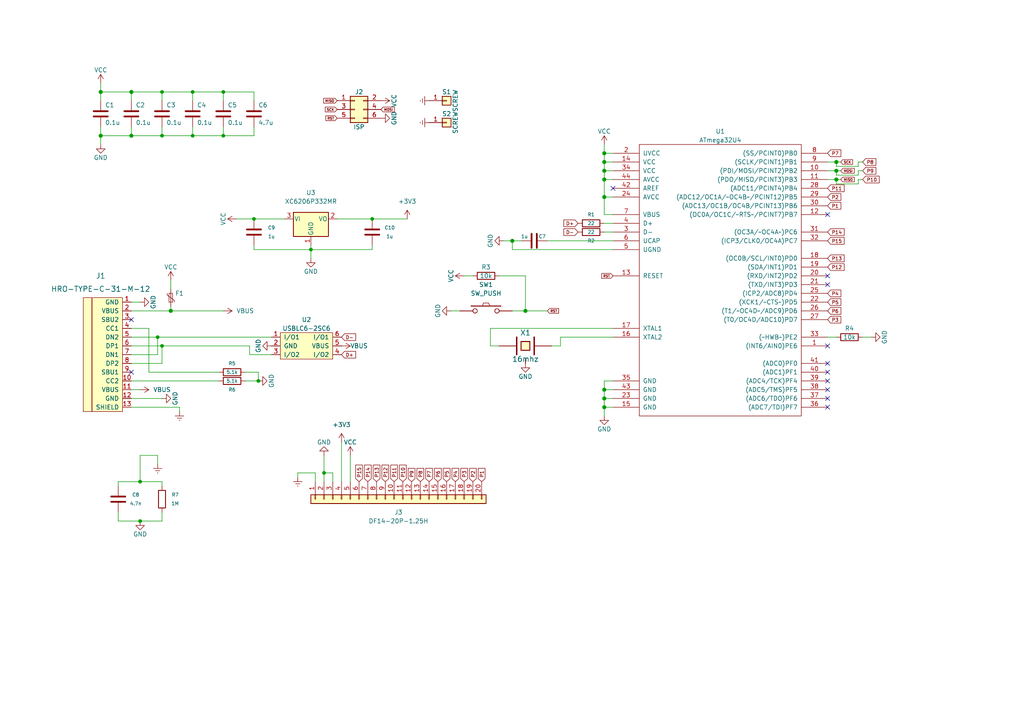
<source format=kicad_sch>
(kicad_sch (version 20210621) (generator eeschema)
  (paper "A4")
  (lib_symbols
    (symbol "Connector_Generic:Conn_01x01" (pin_names (offset 1.016) hide)
      (property "Reference" "J" (at 0 2.54 0))
      (property "Value" "Conn_01x01" (at 0 -2.54 0))
      (symbol "Conn_01x01_1_1"
        (rectangle (start -1.27 0.127) (end 0 -0.127) (stroke (width 0.1524)))
        (rectangle (start -1.27 1.27) (end 1.27 -1.27) (stroke (width 0.254)) (fill (type background)))
        (pin passive line (at -5.08 0 0) (length 3.81) (name "Pin_1") (number "1"))
      )
    )
    (symbol "Connector_Generic:Conn_01x20" (pin_names (offset 1.016) hide)
      (property "Reference" "J" (at 0 25.4 0))
      (property "Value" "Conn_01x20" (at 0 -27.94 0))
      (symbol "Conn_01x20_1_1"
        (rectangle (start -1.27 -25.273) (end 0 -25.527) (stroke (width 0.1524)))
        (rectangle (start -1.27 -22.733) (end 0 -22.987) (stroke (width 0.1524)))
        (rectangle (start -1.27 -20.193) (end 0 -20.447) (stroke (width 0.1524)))
        (rectangle (start -1.27 -17.653) (end 0 -17.907) (stroke (width 0.1524)))
        (rectangle (start -1.27 -15.113) (end 0 -15.367) (stroke (width 0.1524)))
        (rectangle (start -1.27 -12.573) (end 0 -12.827) (stroke (width 0.1524)))
        (rectangle (start -1.27 -10.033) (end 0 -10.287) (stroke (width 0.1524)))
        (rectangle (start -1.27 -7.493) (end 0 -7.747) (stroke (width 0.1524)))
        (rectangle (start -1.27 -4.953) (end 0 -5.207) (stroke (width 0.1524)))
        (rectangle (start -1.27 -2.413) (end 0 -2.667) (stroke (width 0.1524)))
        (rectangle (start -1.27 0.127) (end 0 -0.127) (stroke (width 0.1524)))
        (rectangle (start -1.27 2.667) (end 0 2.413) (stroke (width 0.1524)))
        (rectangle (start -1.27 5.207) (end 0 4.953) (stroke (width 0.1524)))
        (rectangle (start -1.27 7.747) (end 0 7.493) (stroke (width 0.1524)))
        (rectangle (start -1.27 10.287) (end 0 10.033) (stroke (width 0.1524)))
        (rectangle (start -1.27 12.827) (end 0 12.573) (stroke (width 0.1524)))
        (rectangle (start -1.27 15.367) (end 0 15.113) (stroke (width 0.1524)))
        (rectangle (start -1.27 17.907) (end 0 17.653) (stroke (width 0.1524)))
        (rectangle (start -1.27 20.447) (end 0 20.193) (stroke (width 0.1524)))
        (rectangle (start -1.27 22.987) (end 0 22.733) (stroke (width 0.1524)))
        (rectangle (start -1.27 24.13) (end 1.27 -26.67) (stroke (width 0.254)) (fill (type background)))
        (pin passive line (at -5.08 22.86 0) (length 3.81) (name "Pin_1") (number "1"))
        (pin passive line (at -5.08 0 0) (length 3.81) (name "Pin_10") (number "10"))
        (pin passive line (at -5.08 -2.54 0) (length 3.81) (name "Pin_11") (number "11"))
        (pin passive line (at -5.08 -5.08 0) (length 3.81) (name "Pin_12") (number "12"))
        (pin passive line (at -5.08 -7.62 0) (length 3.81) (name "Pin_13") (number "13"))
        (pin passive line (at -5.08 -10.16 0) (length 3.81) (name "Pin_14") (number "14"))
        (pin passive line (at -5.08 -12.7 0) (length 3.81) (name "Pin_15") (number "15"))
        (pin passive line (at -5.08 -15.24 0) (length 3.81) (name "Pin_16") (number "16"))
        (pin passive line (at -5.08 -17.78 0) (length 3.81) (name "Pin_17") (number "17"))
        (pin passive line (at -5.08 -20.32 0) (length 3.81) (name "Pin_18") (number "18"))
        (pin passive line (at -5.08 -22.86 0) (length 3.81) (name "Pin_19") (number "19"))
        (pin passive line (at -5.08 20.32 0) (length 3.81) (name "Pin_2") (number "2"))
        (pin passive line (at -5.08 -25.4 0) (length 3.81) (name "Pin_20") (number "20"))
        (pin passive line (at -5.08 17.78 0) (length 3.81) (name "Pin_3") (number "3"))
        (pin passive line (at -5.08 15.24 0) (length 3.81) (name "Pin_4") (number "4"))
        (pin passive line (at -5.08 12.7 0) (length 3.81) (name "Pin_5") (number "5"))
        (pin passive line (at -5.08 10.16 0) (length 3.81) (name "Pin_6") (number "6"))
        (pin passive line (at -5.08 7.62 0) (length 3.81) (name "Pin_7") (number "7"))
        (pin passive line (at -5.08 5.08 0) (length 3.81) (name "Pin_8") (number "8"))
        (pin passive line (at -5.08 2.54 0) (length 3.81) (name "Pin_9") (number "9"))
      )
    )
    (symbol "Connector_Generic:Conn_02x03_Odd_Even" (pin_names (offset 1.016) hide)
      (property "Reference" "J" (at 1.27 5.08 0))
      (property "Value" "Conn_02x03_Odd_Even" (at 1.27 -5.08 0))
      (symbol "Conn_02x03_Odd_Even_1_1"
        (rectangle (start -1.27 -2.413) (end 0 -2.667) (stroke (width 0.1524)))
        (rectangle (start -1.27 0.127) (end 0 -0.127) (stroke (width 0.1524)))
        (rectangle (start -1.27 2.667) (end 0 2.413) (stroke (width 0.1524)))
        (rectangle (start -1.27 3.81) (end 3.81 -3.81) (stroke (width 0.254)) (fill (type background)))
        (rectangle (start 3.81 -2.413) (end 2.54 -2.667) (stroke (width 0.1524)))
        (rectangle (start 3.81 0.127) (end 2.54 -0.127) (stroke (width 0.1524)))
        (rectangle (start 3.81 2.667) (end 2.54 2.413) (stroke (width 0.1524)))
        (pin passive line (at -5.08 2.54 0) (length 3.81) (name "Pin_1") (number "1"))
        (pin passive line (at 7.62 2.54 180) (length 3.81) (name "Pin_2") (number "2"))
        (pin passive line (at -5.08 0 0) (length 3.81) (name "Pin_3") (number "3"))
        (pin passive line (at 7.62 0 180) (length 3.81) (name "Pin_4") (number "4"))
        (pin passive line (at -5.08 -2.54 0) (length 3.81) (name "Pin_5") (number "5"))
        (pin passive line (at 7.62 -2.54 180) (length 3.81) (name "Pin_6") (number "6"))
      )
    )
    (symbol "Device:C" (pin_numbers hide) (pin_names (offset 0.254))
      (property "Reference" "C" (at 0.635 2.54 0))
      (property "Value" "C" (at 0.635 -2.54 0))
      (symbol "C_0_1"
        (polyline (pts (xy -2.032 -0.762) (xy 2.032 -0.762)) (stroke (width 0.508)))
        (polyline (pts (xy -2.032 0.762) (xy 2.032 0.762)) (stroke (width 0.508)))
      )
      (symbol "C_1_1"
        (pin passive line (at 0 3.81 270) (length 2.794) (name "~") (number "1"))
        (pin passive line (at 0 -3.81 90) (length 2.794) (name "~") (number "2"))
      )
    )
    (symbol "Device:Polyfuse_Small" (pin_numbers hide) (pin_names (offset 0))
      (property "Reference" "F" (at -1.905 0 90))
      (property "Value" "Polyfuse_Small" (at 1.905 0 90))
      (symbol "Polyfuse_Small_0_1"
        (rectangle (start -0.508 1.27) (end 0.508 -1.27))
        (polyline (pts (xy 0 2.54) (xy 0 -2.54)))
        (polyline (pts (xy -1.016 1.27) (xy -1.016 0.762) (xy 1.016 -0.762) (xy 1.016 -1.27)))
      )
      (symbol "Polyfuse_Small_1_1"
        (pin passive line (at 0 2.54 270) (length 0.635) (name "~") (number "1"))
        (pin passive line (at 0 -2.54 90) (length 0.635) (name "~") (number "2"))
      )
    )
    (symbol "Device:R" (pin_numbers hide) (pin_names (offset 0))
      (property "Reference" "R" (at 2.032 0 90))
      (property "Value" "R" (at 0 0 90))
      (symbol "R_0_1"
        (rectangle (start -1.016 -2.54) (end 1.016 2.54) (stroke (width 0.254)))
      )
      (symbol "R_1_1"
        (pin passive line (at 0 3.81 270) (length 1.27) (name "~") (number "1"))
        (pin passive line (at 0 -3.81 90) (length 1.27) (name "~") (number "2"))
      )
    )
    (symbol "Regulator_Linear:XC6206PxxxMR" (pin_names (offset 0.254))
      (property "Reference" "U" (at -3.81 3.175 0))
      (property "Value" "XC6206PxxxMR" (at 0 3.175 0))
      (symbol "XC6206PxxxMR_0_1"
        (rectangle (start -5.08 1.905) (end 5.08 -5.08) (stroke (width 0.254)) (fill (type background)))
      )
      (symbol "XC6206PxxxMR_1_1"
        (pin power_in line (at 0 -7.62 90) (length 2.54) (name "GND") (number "1"))
        (pin power_out line (at 7.62 0 180) (length 2.54) (name "VO") (number "2"))
        (pin power_in line (at -7.62 0 0) (length 2.54) (name "VI") (number "3"))
      )
    )
    (symbol "Type-C:HRO-TYPE-C-31-M-12" (pin_names (offset 1.016))
      (property "Reference" "USB" (at -5.08 16.51 0))
      (property "Value" "HRO-TYPE-C-31-M-12" (at -10.16 -1.27 90))
      (symbol "HRO-TYPE-C-31-M-12_0_1"
        (rectangle (start -11.43 15.24) (end -8.89 -17.78) (fill (type background)))
        (rectangle (start 0 -17.78) (end -8.89 15.24) (fill (type background)))
      )
      (symbol "HRO-TYPE-C-31-M-12_1_1"
        (pin input line (at 2.54 13.97 180) (length 2.54) (name "GND") (number "1"))
        (pin input line (at 2.54 -8.89 180) (length 2.54) (name "CC2") (number "10"))
        (pin input line (at 2.54 -11.43 180) (length 2.54) (name "VBUS") (number "11"))
        (pin input line (at 2.54 -13.97 180) (length 2.54) (name "GND") (number "12"))
        (pin input line (at 2.54 -16.51 180) (length 2.54) (name "SHIELD") (number "13"))
        (pin input line (at 2.54 11.43 180) (length 2.54) (name "VBUS") (number "2"))
        (pin input line (at 2.54 8.89 180) (length 2.54) (name "SBU2") (number "3"))
        (pin input line (at 2.54 6.35 180) (length 2.54) (name "CC1") (number "4"))
        (pin input line (at 2.54 3.81 180) (length 2.54) (name "DN2") (number "5"))
        (pin input line (at 2.54 1.27 180) (length 2.54) (name "DP1") (number "6"))
        (pin input line (at 2.54 -1.27 180) (length 2.54) (name "DN1") (number "7"))
        (pin input line (at 2.54 -3.81 180) (length 2.54) (name "DP2") (number "8"))
        (pin input line (at 2.54 -6.35 180) (length 2.54) (name "SBU1") (number "9"))
      )
    )
    (symbol "atmel:ATmega32U4" (pin_names (offset 1.016))
      (property "Reference" "U" (at -22.86 43.18 0))
      (property "Value" "ATmega32U4" (at -16.51 -39.37 0))
      (symbol "ATmega32U4_0_1"
        (rectangle (start -24.13 41.91) (end 22.86 -36.83))
      )
      (symbol "ATmega32U4_1_1"
        (pin input line (at 30.48 -16.51 180) (length 7.62) (name "(INT6/AIN0)PE6") (number "1"))
        (pin input line (at 30.48 34.29 180) (length 7.62) (name "(PDI/MOSI/PCINT2)PB2") (number "10"))
        (pin input line (at 30.48 31.75 180) (length 7.62) (name "(PDO/MISO/PCINT3)PB3") (number "11"))
        (pin input line (at 30.48 21.59 180) (length 7.62) (name "(OC0A/OC1C/~RTS~/PCINT7)PB7") (number "12"))
        (pin input line (at -31.75 3.81 0) (length 7.62) (name "RESET") (number "13"))
        (pin power_in line (at -31.75 36.83 0) (length 7.62) (name "VCC") (number "14"))
        (pin power_in line (at -31.75 -34.29 0) (length 7.62) (name "GND") (number "15"))
        (pin input line (at -31.75 -13.97 0) (length 7.62) (name "XTAL2") (number "16"))
        (pin input line (at -31.75 -11.43 0) (length 7.62) (name "XTAL1") (number "17"))
        (pin input line (at 30.48 8.89 180) (length 7.62) (name "(OC0B/SCL/INT0)PD0") (number "18"))
        (pin input line (at 30.48 6.35 180) (length 7.62) (name "(SDA/INT1)PD1") (number "19"))
        (pin input line (at -31.75 39.37 0) (length 7.62) (name "UVCC") (number "2"))
        (pin input line (at 30.48 3.81 180) (length 7.62) (name "(RXD/INT2)PD2") (number "20"))
        (pin input line (at 30.48 1.27 180) (length 7.62) (name "(TXD/INT3)PD3") (number "21"))
        (pin input line (at 30.48 -3.81 180) (length 7.62) (name "(XCK1/~CTS~)PD5") (number "22"))
        (pin power_in line (at -31.75 -31.75 0) (length 7.62) (name "GND") (number "23"))
        (pin power_in line (at -31.75 26.67 0) (length 7.62) (name "AVCC") (number "24"))
        (pin input line (at 30.48 -1.27 180) (length 7.62) (name "(ICP2/ADC8)PD4") (number "25"))
        (pin input line (at 30.48 -6.35 180) (length 7.62) (name "(T1/~OC4D~/ADC9)PD6") (number "26"))
        (pin input line (at 30.48 -8.89 180) (length 7.62) (name "(T0/OC4D/ADC10)PD7") (number "27"))
        (pin input line (at 30.48 29.21 180) (length 7.62) (name "(ADC11/PCINT4)PB4") (number "28"))
        (pin input line (at 30.48 26.67 180) (length 7.62) (name "(ADC12/OC1A/~OC4B~/PCINT12)PB5") (number "29"))
        (pin input line (at -31.75 16.51 0) (length 7.62) (name "D-") (number "3"))
        (pin input line (at 30.48 24.13 180) (length 7.62) (name "(ADC13/OC1B/OC4B/PCINT13)PB6") (number "30"))
        (pin input line (at 30.48 16.51 180) (length 7.62) (name "(OC3A/~OC4A~)PC6") (number "31"))
        (pin input line (at 30.48 13.97 180) (length 7.62) (name "(ICP3/CLK0/OC4A)PC7") (number "32"))
        (pin input line (at 30.48 -13.97 180) (length 7.62) (name "(~HWB~)PE2") (number "33"))
        (pin power_in line (at -31.75 34.29 0) (length 7.62) (name "VCC") (number "34"))
        (pin power_in line (at -31.75 -26.67 0) (length 7.62) (name "GND") (number "35"))
        (pin input line (at 30.48 -34.29 180) (length 7.62) (name "(ADC7/TDI)PF7") (number "36"))
        (pin input line (at 30.48 -31.75 180) (length 7.62) (name "(ADC6/TDO)PF6") (number "37"))
        (pin input line (at 30.48 -29.21 180) (length 7.62) (name "(ADC5/TMS)PF5") (number "38"))
        (pin input line (at 30.48 -26.67 180) (length 7.62) (name "(ADC4/TCK)PF4") (number "39"))
        (pin input line (at -31.75 19.05 0) (length 7.62) (name "D+") (number "4"))
        (pin input line (at 30.48 -24.13 180) (length 7.62) (name "(ADC1)PF1") (number "40"))
        (pin input line (at 30.48 -21.59 180) (length 7.62) (name "(ADC0)PF0") (number "41"))
        (pin input line (at -31.75 29.21 0) (length 7.62) (name "AREF") (number "42"))
        (pin power_in line (at -31.75 -29.21 0) (length 7.62) (name "GND") (number "43"))
        (pin power_in line (at -31.75 31.75 0) (length 7.62) (name "AVCC") (number "44"))
        (pin input line (at -31.75 11.43 0) (length 7.62) (name "UGND") (number "5"))
        (pin input line (at -31.75 13.97 0) (length 7.62) (name "UCAP") (number "6"))
        (pin input line (at -31.75 21.59 0) (length 7.62) (name "VBUS") (number "7"))
        (pin input line (at 30.48 39.37 180) (length 7.62) (name "(SS/PCINT0)PB0") (number "8"))
        (pin input line (at 30.48 36.83 180) (length 7.62) (name "(SCLK/PCINT1)PB1") (number "9"))
      )
    )
    (symbol "keyboard_parts:SW_PUSH" (pin_numbers hide) (pin_names (offset 1.016) hide)
      (property "Reference" "SW" (at 3.81 2.794 0))
      (property "Value" "SW_PUSH" (at 0 -2.032 0))
      (symbol "SW_PUSH_0_1"
        (rectangle (start -4.318 1.27) (end 4.318 1.524))
        (polyline (pts (xy -1.016 1.524) (xy -0.762 2.286) (xy 0.762 2.286) (xy 1.016 1.524)))
        (pin passive inverted (at -7.62 0 0) (length 5.08) (name "1") (number "1"))
        (pin passive inverted (at 7.62 0 180) (length 5.08) (name "2") (number "2"))
      )
    )
    (symbol "keyboard_parts:USBLC6-2SC6" (pin_names (offset 1.016))
      (property "Reference" "D" (at -7.62 5.08 0))
      (property "Value" "USBLC6-2SC6" (at -7.62 -5.08 0))
      (symbol "USBLC6-2SC6_0_0"
        (pin passive line (at -10.16 2.54 0) (length 2.54) (name "I/O1") (number "1"))
        (pin power_in line (at -10.16 0 0) (length 2.54) (name "GND") (number "2"))
        (pin passive line (at -10.16 -2.54 0) (length 2.54) (name "I/O2") (number "3"))
        (pin passive line (at 10.16 -2.54 180) (length 2.54) (name "I/O2") (number "4"))
        (pin power_in line (at 10.16 0 180) (length 2.54) (name "VBUS") (number "5"))
        (pin passive line (at 10.16 2.54 180) (length 2.54) (name "I/O1") (number "6"))
      )
      (symbol "USBLC6-2SC6_0_1"
        (rectangle (start -7.62 3.81) (end 7.62 -3.81) (fill (type background)))
      )
    )
    (symbol "keyboard_parts:XTAL_GND" (pin_numbers hide) (pin_names (offset 1.016) hide)
      (property "Reference" "X" (at 0 3.81 0))
      (property "Value" "XTAL_GND" (at 0 -3.81 0))
      (symbol "XTAL_GND_0_1"
        (polyline (pts (xy -2.54 2.54) (xy -2.54 -2.54)) (stroke (width 0.4064)))
        (polyline (pts (xy 2.54 2.54) (xy 2.54 -2.54)) (stroke (width 0.4064)))
        (polyline (pts (xy -1.27 1.27) (xy 1.27 1.27) (xy 1.27 -1.27) (xy -1.27 -1.27) (xy -1.27 1.27)) (stroke (width 0.3048)) (fill (type background)))
      )
      (symbol "XTAL_GND_1_1"
        (pin passive line (at -7.62 0 0) (length 5.08) (name "1") (number "1"))
        (pin passive line (at 7.62 0 180) (length 5.08) (name "2") (number "2"))
        (pin passive line (at 0 -5.08 90) (length 1.27) (name "~") (number "3"))
      )
    )
    (symbol "power:+3.3V" (power) (pin_names (offset 0))
      (property "Value" "+3.3V" (at 0 3.556 0))
      (symbol "+3.3V_0_1"
        (polyline (pts (xy -0.762 1.27) (xy 0 2.54)))
        (polyline (pts (xy 0 0) (xy 0 2.54)))
        (polyline (pts (xy 0 2.54) (xy 0.762 1.27)))
      )
      (symbol "+3.3V_1_1"
        (pin power_in line (at 0 0 90) (length 0) hide (name "+3V3") (number "1"))
      )
    )
    (symbol "power:Earth" (power) (pin_names (offset 0))
      (symbol "Earth_0_1"
        (polyline (pts (xy -0.635 -1.905) (xy 0.635 -1.905)))
        (polyline (pts (xy -0.127 -2.54) (xy 0.127 -2.54)))
        (polyline (pts (xy 0 -1.27) (xy 0 0)))
        (polyline (pts (xy 1.27 -1.27) (xy -1.27 -1.27)))
      )
      (symbol "Earth_1_1"
        (pin power_in line (at 0 0 270) (length 0) hide (name "Earth") (number "1"))
      )
    )
    (symbol "power:GND" (power) (pin_names (offset 0))
      (property "Value" "GND" (at 0 -3.81 0))
      (symbol "GND_0_1"
        (polyline (pts (xy 0 0) (xy 0 -1.27) (xy 1.27 -1.27) (xy 0 -2.54) (xy -1.27 -1.27) (xy 0 -1.27)))
      )
      (symbol "GND_1_1"
        (pin power_in line (at 0 0 270) (length 0) hide (name "GND") (number "1"))
      )
    )
    (symbol "power:VBUS" (power) (pin_names (offset 0))
      (property "Value" "VBUS" (at 0 3.81 0))
      (symbol "VBUS_0_1"
        (polyline (pts (xy -0.762 1.27) (xy 0 2.54)))
        (polyline (pts (xy 0 0) (xy 0 2.54)))
        (polyline (pts (xy 0 2.54) (xy 0.762 1.27)))
      )
      (symbol "VBUS_1_1"
        (pin power_in line (at 0 0 90) (length 0) hide (name "VBUS") (number "1"))
      )
    )
    (symbol "power:VCC" (power) (pin_names (offset 0))
      (property "Value" "VCC" (at 0 3.81 0))
      (symbol "VCC_0_1"
        (polyline (pts (xy -0.762 1.27) (xy 0 2.54)))
        (polyline (pts (xy 0 0) (xy 0 2.54)))
        (polyline (pts (xy 0 2.54) (xy 0.762 1.27)))
      )
      (symbol "VCC_1_1"
        (pin power_in line (at 0 0 90) (length 0) hide (name "VCC") (number "1"))
      )
    )
  )
  (junction (at 148.59 69.85) (diameter 1.016))
  (junction (at 175.26 118.11) (diameter 1.016))
  (junction (at 175.26 57.15) (diameter 1.016))
  (junction (at 242.57 49.53) (diameter 1.016))
  (junction (at 55.88 39.37))
  (junction (at 40.64 139.7))
  (junction (at 46.99 39.37))
  (junction (at 175.26 49.53) (diameter 1.016))
  (junction (at 73.66 63.5))
  (junction (at 64.77 26.67))
  (junction (at 152.4 90.17) (diameter 1.016))
  (junction (at 40.64 151.13))
  (junction (at 93.98 137.16))
  (junction (at 175.26 44.45) (diameter 1.016))
  (junction (at 46.99 26.67))
  (junction (at 29.21 39.37) (diameter 1.016))
  (junction (at 175.26 113.03) (diameter 1.016))
  (junction (at 74.93 110.49))
  (junction (at 64.77 39.37))
  (junction (at 242.57 52.07) (diameter 1.016))
  (junction (at 175.26 115.57) (diameter 1.016))
  (junction (at 46.99 100.33))
  (junction (at 107.95 63.5))
  (junction (at 29.21 26.67) (diameter 1.016))
  (junction (at 38.1 26.67) (diameter 1.016))
  (junction (at 45.72 97.79))
  (junction (at 175.26 52.07) (diameter 1.016))
  (junction (at 55.88 26.67))
  (junction (at 90.17 72.39))
  (junction (at 242.57 46.99) (diameter 1.016))
  (junction (at 38.1 39.37) (diameter 1.016))
  (junction (at 175.26 46.99) (diameter 1.016))
  (junction (at 49.53 90.17) (diameter 1.016))
  (no_connect (at 240.03 118.11))
  (no_connect (at 240.03 115.57))
  (no_connect (at 240.03 110.49))
  (no_connect (at 240.03 113.03))
  (no_connect (at 177.8 54.61))
  (no_connect (at 38.1 107.95))
  (no_connect (at 38.1 92.71))
  (no_connect (at 240.03 80.01))
  (no_connect (at 240.03 82.55))
  (no_connect (at 240.03 107.95))
  (no_connect (at 240.03 105.41))
  (no_connect (at 240.03 100.33))
  (no_connect (at 240.03 62.23))
  (wire (pts (xy 29.21 36.83) (xy 29.21 39.37)))
  (wire (pts (xy 46.99 39.37) (xy 46.99 36.83)))
  (wire (pts (xy 175.26 115.57) (xy 175.26 113.03)))
  (wire (pts (xy 175.26 118.11) (xy 175.26 115.57)))
  (wire (pts (xy 175.26 110.49) (xy 177.8 110.49)))
  (wire (pts (xy 175.26 113.03) (xy 175.26 110.49)))
  (wire (pts (xy 175.26 120.65) (xy 175.26 118.11)))
  (wire (pts (xy 38.1 26.67) (xy 46.99 26.67)))
  (wire (pts (xy 175.26 115.57) (xy 177.8 115.57)))
  (wire (pts (xy 64.77 26.67) (xy 64.77 29.21)))
  (wire (pts (xy 38.1 113.03) (xy 40.64 113.03)))
  (wire (pts (xy 46.99 26.67) (xy 55.88 26.67)))
  (wire (pts (xy 177.8 97.79) (xy 162.56 97.79)))
  (wire (pts (xy 64.77 39.37) (xy 64.77 36.83)))
  (wire (pts (xy 177.8 46.99) (xy 175.26 46.99)))
  (wire (pts (xy 71.12 110.49) (xy 74.93 110.49)))
  (wire (pts (xy 46.99 139.7) (xy 46.99 140.97)))
  (wire (pts (xy 175.26 62.23) (xy 177.8 62.23)))
  (wire (pts (xy 175.26 57.15) (xy 175.26 62.23)))
  (wire (pts (xy 162.56 97.79) (xy 162.56 100.33)))
  (wire (pts (xy 73.66 71.12) (xy 73.66 72.39)))
  (wire (pts (xy 73.66 72.39) (xy 90.17 72.39)))
  (wire (pts (xy 90.17 72.39) (xy 90.17 74.93)))
  (wire (pts (xy 38.1 39.37) (xy 46.99 39.37)))
  (wire (pts (xy 177.8 44.45) (xy 175.26 44.45)))
  (wire (pts (xy 45.72 134.62) (xy 45.72 132.08)))
  (wire (pts (xy 40.64 132.08) (xy 40.64 139.7)))
  (wire (pts (xy 45.72 132.08) (xy 40.64 132.08)))
  (wire (pts (xy 242.57 46.99) (xy 243.84 46.99)))
  (wire (pts (xy 240.03 46.99) (xy 242.57 46.99)))
  (wire (pts (xy 38.1 110.49) (xy 63.5 110.49)))
  (wire (pts (xy 175.26 113.03) (xy 177.8 113.03)))
  (wire (pts (xy 55.88 39.37) (xy 55.88 36.83)))
  (wire (pts (xy 134.62 80.01) (xy 137.16 80.01)))
  (wire (pts (xy 43.18 107.95) (xy 63.5 107.95)))
  (wire (pts (xy 43.18 95.25) (xy 43.18 107.95)))
  (wire (pts (xy 38.1 95.25) (xy 43.18 95.25)))
  (wire (pts (xy 133.35 90.17) (xy 130.81 90.17)))
  (wire (pts (xy 86.36 138.43) (xy 86.36 137.16)))
  (wire (pts (xy 107.95 72.39) (xy 90.17 72.39)))
  (wire (pts (xy 107.95 71.12) (xy 107.95 72.39)))
  (wire (pts (xy 177.8 67.31) (xy 175.26 67.31)))
  (wire (pts (xy 38.1 36.83) (xy 38.1 39.37)))
  (wire (pts (xy 90.17 71.12) (xy 90.17 72.39)))
  (wire (pts (xy 175.26 118.11) (xy 177.8 118.11)))
  (wire (pts (xy 160.02 100.33) (xy 162.56 100.33)))
  (wire (pts (xy 142.24 95.25) (xy 177.8 95.25)))
  (wire (pts (xy 52.07 119.38) (xy 52.07 118.11)))
  (wire (pts (xy 55.88 26.67) (xy 64.77 26.67)))
  (wire (pts (xy 148.59 90.17) (xy 152.4 90.17)))
  (wire (pts (xy 73.66 39.37) (xy 73.66 36.83)))
  (wire (pts (xy 45.72 102.87) (xy 45.72 97.79)))
  (wire (pts (xy 38.1 102.87) (xy 45.72 102.87)))
  (wire (pts (xy 148.59 72.39) (xy 148.59 69.85)))
  (wire (pts (xy 96.52 139.7) (xy 96.52 137.16)))
  (wire (pts (xy 96.52 137.16) (xy 93.98 137.16)))
  (wire (pts (xy 38.1 26.67) (xy 38.1 29.21)))
  (wire (pts (xy 29.21 39.37) (xy 29.21 41.91)))
  (wire (pts (xy 29.21 26.67) (xy 38.1 26.67)))
  (wire (pts (xy 71.12 107.95) (xy 74.93 107.95)))
  (wire (pts (xy 74.93 107.95) (xy 74.93 110.49)))
  (wire (pts (xy 93.98 137.16) (xy 93.98 139.7)))
  (wire (pts (xy 93.98 132.08) (xy 93.98 137.16)))
  (wire (pts (xy 38.1 87.63) (xy 40.64 87.63)))
  (wire (pts (xy 46.99 39.37) (xy 55.88 39.37)))
  (wire (pts (xy 148.59 69.85) (xy 151.13 69.85)))
  (wire (pts (xy 46.99 26.67) (xy 46.99 29.21)))
  (wire (pts (xy 64.77 39.37) (xy 73.66 39.37)))
  (wire (pts (xy 72.39 100.33) (xy 72.39 102.87)))
  (wire (pts (xy 73.66 26.67) (xy 73.66 29.21)))
  (wire (pts (xy 86.36 137.16) (xy 91.44 137.16)))
  (wire (pts (xy 38.1 105.41) (xy 46.99 105.41)))
  (wire (pts (xy 46.99 105.41) (xy 46.99 100.33)))
  (wire (pts (xy 158.75 69.85) (xy 177.8 69.85)))
  (wire (pts (xy 29.21 24.13) (xy 29.21 26.67)))
  (wire (pts (xy 64.77 26.67) (xy 73.66 26.67)))
  (wire (pts (xy 175.26 44.45) (xy 175.26 41.91)))
  (wire (pts (xy 99.06 128.27) (xy 99.06 139.7)))
  (wire (pts (xy 97.79 63.5) (xy 107.95 63.5)))
  (wire (pts (xy 107.95 63.5) (xy 118.11 63.5)))
  (wire (pts (xy 175.26 49.53) (xy 175.26 52.07)))
  (wire (pts (xy 175.26 52.07) (xy 177.8 52.07)))
  (wire (pts (xy 91.44 137.16) (xy 91.44 139.7)))
  (wire (pts (xy 29.21 39.37) (xy 38.1 39.37)))
  (wire (pts (xy 175.26 64.77) (xy 177.8 64.77)))
  (wire (pts (xy 250.19 97.79) (xy 252.73 97.79)))
  (wire (pts (xy 49.53 90.17) (xy 64.77 90.17)))
  (wire (pts (xy 38.1 90.17) (xy 49.53 90.17)))
  (wire (pts (xy 240.03 97.79) (xy 242.57 97.79)))
  (wire (pts (xy 175.26 46.99) (xy 175.26 49.53)))
  (wire (pts (xy 175.26 49.53) (xy 177.8 49.53)))
  (wire (pts (xy 68.58 63.5) (xy 73.66 63.5)))
  (wire (pts (xy 73.66 63.5) (xy 82.55 63.5)))
  (wire (pts (xy 55.88 39.37) (xy 64.77 39.37)))
  (wire (pts (xy 45.72 97.79) (xy 78.74 97.79)))
  (wire (pts (xy 38.1 97.79) (xy 45.72 97.79)))
  (wire (pts (xy 49.53 83.82) (xy 49.53 81.28)))
  (wire (pts (xy 40.64 139.7) (xy 46.99 139.7)))
  (wire (pts (xy 34.29 139.7) (xy 34.29 140.97)))
  (wire (pts (xy 34.29 139.7) (xy 40.64 139.7)))
  (wire (pts (xy 250.19 52.07) (xy 248.92 52.07)))
  (wire (pts (xy 242.57 52.07) (xy 242.57 53.34)))
  (wire (pts (xy 248.92 52.07) (xy 248.92 53.34)))
  (wire (pts (xy 248.92 53.34) (xy 242.57 53.34)))
  (wire (pts (xy 72.39 102.87) (xy 78.74 102.87)))
  (wire (pts (xy 142.24 95.25) (xy 142.24 100.33)))
  (wire (pts (xy 101.6 132.08) (xy 101.6 139.7)))
  (wire (pts (xy 144.78 80.01) (xy 152.4 80.01)))
  (wire (pts (xy 152.4 90.17) (xy 158.75 90.17)))
  (wire (pts (xy 29.21 26.67) (xy 29.21 29.21)))
  (wire (pts (xy 175.26 46.99) (xy 175.26 44.45)))
  (wire (pts (xy 242.57 48.26) (xy 242.57 46.99)))
  (wire (pts (xy 250.19 46.99) (xy 248.92 46.99)))
  (wire (pts (xy 248.92 46.99) (xy 248.92 48.26)))
  (wire (pts (xy 248.92 48.26) (xy 242.57 48.26)))
  (wire (pts (xy 175.26 57.15) (xy 177.8 57.15)))
  (wire (pts (xy 175.26 52.07) (xy 175.26 57.15)))
  (wire (pts (xy 152.4 80.01) (xy 152.4 90.17)))
  (wire (pts (xy 144.78 100.33) (xy 142.24 100.33)))
  (wire (pts (xy 46.99 100.33) (xy 72.39 100.33)))
  (wire (pts (xy 38.1 100.33) (xy 46.99 100.33)))
  (wire (pts (xy 34.29 151.13) (xy 40.64 151.13)))
  (wire (pts (xy 34.29 148.59) (xy 34.29 151.13)))
  (wire (pts (xy 146.05 69.85) (xy 148.59 69.85)))
  (wire (pts (xy 248.92 49.53) (xy 248.92 50.8)))
  (wire (pts (xy 250.19 49.53) (xy 248.92 49.53)))
  (wire (pts (xy 242.57 49.53) (xy 242.57 50.8)))
  (wire (pts (xy 248.92 50.8) (xy 242.57 50.8)))
  (wire (pts (xy 49.53 90.17) (xy 49.53 88.9)))
  (wire (pts (xy 38.1 115.57) (xy 46.99 115.57)))
  (wire (pts (xy 55.88 26.67) (xy 55.88 29.21)))
  (wire (pts (xy 240.03 49.53) (xy 242.57 49.53)))
  (wire (pts (xy 242.57 49.53) (xy 243.84 49.53)))
  (wire (pts (xy 38.1 118.11) (xy 52.07 118.11)))
  (wire (pts (xy 46.99 151.13) (xy 40.64 151.13)))
  (wire (pts (xy 46.99 148.59) (xy 46.99 151.13)))
  (wire (pts (xy 148.59 72.39) (xy 177.8 72.39)))
  (wire (pts (xy 242.57 52.07) (xy 243.84 52.07)))
  (wire (pts (xy 240.03 52.07) (xy 242.57 52.07)))
  (global_label "P7" (shape input) (at 124.46 139.7 90) (effects (font (size 1 1))) (property "Intersheet References" "${INTERSHEET_REFS}" (effects hide)))
  (global_label "D+" (shape input) (at 167.64 64.77 180) (effects (font (size 0.9906 0.9906))) (property "Intersheet References" "${INTERSHEET_REFS}" (effects hide)))
  (global_label "P2" (shape input) (at 137.16 139.7 90) (effects (font (size 1 1))) (property "Intersheet References" "${INTERSHEET_REFS}" (effects hide)))
  (global_label "SCK" (shape input) (at 97.79 31.75 180) (effects (font (size 0.7112 0.7112))) (property "Intersheet References" "${INTERSHEET_REFS}" (effects hide)))
  (global_label "MISO" (shape input) (at 243.84 52.07 0) (effects (font (size 0.7112 0.7112))) (property "Intersheet References" "${INTERSHEET_REFS}" (effects hide)))
  (global_label "P5" (shape input) (at 129.54 139.7 90) (effects (font (size 1 1))) (property "Intersheet References" "${INTERSHEET_REFS}" (effects hide)))
  (global_label "MOSI" (shape input) (at 243.84 49.53 0) (effects (font (size 0.7112 0.7112))) (property "Intersheet References" "${INTERSHEET_REFS}" (effects hide)))
  (global_label "P10" (shape input) (at 250.19 52.07 0) (effects (font (size 1 1))) (property "Intersheet References" "${INTERSHEET_REFS}" (effects hide)))
  (global_label "P6" (shape input) (at 127 139.7 90) (effects (font (size 1 1))) (property "Intersheet References" "${INTERSHEET_REFS}" (effects hide)))
  (global_label "P8" (shape input) (at 250.19 46.99 0) (effects (font (size 1 1))) (property "Intersheet References" "${INTERSHEET_REFS}" (effects hide)))
  (global_label "P9" (shape input) (at 119.38 139.7 90) (effects (font (size 1 1))) (property "Intersheet References" "${INTERSHEET_REFS}" (effects hide)))
  (global_label "RST" (shape input) (at 177.8 80.01 180) (effects (font (size 0.7112 0.7112))) (property "Intersheet References" "${INTERSHEET_REFS}" (effects hide)))
  (global_label "D-" (shape input) (at 167.64 67.31 180) (effects (font (size 0.9906 0.9906))) (property "Intersheet References" "${INTERSHEET_REFS}" (effects hide)))
  (global_label "RST" (shape input) (at 97.79 34.29 180) (effects (font (size 0.7112 0.7112))) (property "Intersheet References" "${INTERSHEET_REFS}" (effects hide)))
  (global_label "P6" (shape input) (at 240.03 90.17 0) (effects (font (size 1 1))) (property "Intersheet References" "${INTERSHEET_REFS}" (effects hide)))
  (global_label "RST" (shape input) (at 158.75 90.17 0) (effects (font (size 0.7112 0.7112))) (property "Intersheet References" "${INTERSHEET_REFS}" (effects hide)))
  (global_label "P11" (shape input) (at 240.03 54.61 0) (effects (font (size 1 1))) (property "Intersheet References" "${INTERSHEET_REFS}" (effects hide)))
  (global_label "P8" (shape input) (at 121.92 139.7 90) (effects (font (size 1 1))) (property "Intersheet References" "${INTERSHEET_REFS}" (effects hide)))
  (global_label "SCK" (shape input) (at 243.84 46.99 0) (effects (font (size 0.7112 0.7112))) (property "Intersheet References" "${INTERSHEET_REFS}" (effects hide)))
  (global_label "P4" (shape input) (at 240.03 85.09 0) (effects (font (size 1 1))) (property "Intersheet References" "${INTERSHEET_REFS}" (effects hide)))
  (global_label "P1" (shape input) (at 240.03 59.69 0) (effects (font (size 1 1))) (property "Intersheet References" "${INTERSHEET_REFS}" (effects hide)))
  (global_label "MOSI" (shape input) (at 110.49 31.75 0) (effects (font (size 0.7112 0.7112))) (property "Intersheet References" "${INTERSHEET_REFS}" (effects hide)))
  (global_label "P7" (shape input) (at 240.03 44.45 0) (effects (font (size 1 1))) (property "Intersheet References" "${INTERSHEET_REFS}" (effects hide)))
  (global_label "MISO" (shape input) (at 97.79 29.21 180) (effects (font (size 0.7112 0.7112))) (property "Intersheet References" "${INTERSHEET_REFS}" (effects hide)))
  (global_label "P4" (shape input) (at 132.08 139.7 90) (effects (font (size 1 1))) (property "Intersheet References" "${INTERSHEET_REFS}" (effects hide)))
  (global_label "P14" (shape input) (at 240.03 67.31 0) (effects (font (size 1 1))) (property "Intersheet References" "${INTERSHEET_REFS}" (effects hide)))
  (global_label "D-" (shape input) (at 99.06 97.79 0) (effects (font (size 0.9906 0.9906))) (property "Intersheet References" "${INTERSHEET_REFS}" (effects hide)))
  (global_label "P14" (shape input) (at 106.68 139.7 90) (effects (font (size 1 1))) (property "Intersheet References" "${INTERSHEET_REFS}" (effects hide)))
  (global_label "P15" (shape input) (at 104.14 139.7 90) (effects (font (size 1 1))) (property "Intersheet References" "${INTERSHEET_REFS}" (effects hide)))
  (global_label "P12" (shape input) (at 240.03 77.47 0) (effects (font (size 1 1))) (property "Intersheet References" "${INTERSHEET_REFS}" (effects hide)))
  (global_label "P3" (shape input) (at 134.62 139.7 90) (effects (font (size 1 1))) (property "Intersheet References" "${INTERSHEET_REFS}" (effects hide)))
  (global_label "P1" (shape input) (at 139.7 139.7 90) (effects (font (size 1 1))) (property "Intersheet References" "${INTERSHEET_REFS}" (effects hide)))
  (global_label "P12" (shape input) (at 111.76 139.7 90) (effects (font (size 1 1))) (property "Intersheet References" "${INTERSHEET_REFS}" (effects hide)))
  (global_label "P5" (shape input) (at 240.03 87.63 0) (effects (font (size 1 1))) (property "Intersheet References" "${INTERSHEET_REFS}" (effects hide)))
  (global_label "P13" (shape input) (at 240.03 74.93 0) (effects (font (size 1 1))) (property "Intersheet References" "${INTERSHEET_REFS}" (effects hide)))
  (global_label "P11" (shape input) (at 114.3 139.7 90) (effects (font (size 1 1))) (property "Intersheet References" "${INTERSHEET_REFS}" (effects hide)))
  (global_label "P15" (shape input) (at 240.03 69.85 0) (effects (font (size 1 1))) (property "Intersheet References" "${INTERSHEET_REFS}" (effects hide)))
  (global_label "P9" (shape input) (at 250.19 49.53 0) (effects (font (size 1 1))) (property "Intersheet References" "${INTERSHEET_REFS}" (effects hide)))
  (global_label "P3" (shape input) (at 240.03 92.71 0) (effects (font (size 1 1))) (property "Intersheet References" "${INTERSHEET_REFS}" (effects hide)))
  (global_label "P10" (shape input) (at 116.84 139.7 90) (effects (font (size 1 1))) (property "Intersheet References" "${INTERSHEET_REFS}" (effects hide)))
  (global_label "P2" (shape input) (at 240.03 57.15 0) (effects (font (size 1 1))) (property "Intersheet References" "${INTERSHEET_REFS}" (effects hide)))
  (global_label "P13" (shape input) (at 109.22 139.7 90) (effects (font (size 1 1))) (property "Intersheet References" "${INTERSHEET_REFS}" (effects hide)))
  (global_label "D+" (shape input) (at 99.06 102.87 0) (effects (font (size 0.9906 0.9906))) (property "Intersheet References" "${INTERSHEET_REFS}" (effects hide)))
  (symbol (lib_id "keyboard_parts:XTAL_GND") (at 152.4 100.33 0) (unit 1)
    (property "Reference" "X1" (at 152.4 96.52 0) (effects (font (size 1.524 1.524))))
    (property "Value" "16mhz" (at 152.4 104.14 0) (effects (font (size 1.524 1.524))))
    (property "Footprint" "Keeb_components:Resonator_SMD_muRata_CSTNExxV-3Pin-p1.2" (effects hide))
  )
  (symbol (lib_id "power:VCC") (at 29.21 24.13 0) (unit 1)
    (property "Reference" "#PWR02" (effects hide))
    (property "Value" "VCC" (at 29.21 20.32 0))
  )
  (symbol (lib_id "Device:C") (at 29.21 33.02 0) (unit 1)
    (property "Reference" "C1" (at 30.48 30.48 0) (effects (justify left)))
    (property "Value" "0.1u" (at 30.48 35.56 0) (effects (justify left)))
    (property "Footprint" "Keeb_components:C_0805" (effects hide))
  )
  (symbol (lib_id "Device:C") (at 38.1 33.02 0) (unit 1)
    (property "Reference" "C2" (at 39.37 30.48 0) (effects (justify left)))
    (property "Value" "0.1u" (at 39.37 35.56 0) (effects (justify left)))
    (property "Footprint" "Keeb_components:C_0805" (effects hide))
  )
  (symbol (lib_id "Device:C") (at 73.66 33.02 0) (unit 1)
    (property "Reference" "C6" (at 74.93 30.48 0) (effects (justify left)))
    (property "Value" "4.7u" (at 74.93 35.56 0) (effects (justify left)))
    (property "Footprint" "Keeb_components:C_0805" (effects hide))
  )
  (symbol (lib_id "power:GND") (at 29.21 41.91 0) (unit 1)
    (property "Reference" "#PWR03" (effects hide))
    (property "Value" "GND" (at 29.21 45.72 0))
  )
  (symbol (lib_id "Device:R") (at 140.97 80.01 90) (unit 1)
    (property "Reference" "R3" (at 140.97 77.47 90))
    (property "Value" "10k" (at 140.97 80.01 90))
    (property "Footprint" "Keeb_components:R_0805" (effects hide))
  )
  (symbol (lib_id "power:VCC") (at 134.62 80.01 90) (unit 1)
    (property "Reference" "#PWR04" (effects hide))
    (property "Value" "VCC" (at 130.81 80.01 0))
  )
  (symbol (lib_id "power:GND") (at 130.81 90.17 270) (unit 1)
    (property "Reference" "#PWR05" (effects hide))
    (property "Value" "GND" (at 127 90.17 0))
  )
  (symbol (lib_id "Device:R") (at 246.38 97.79 90) (mirror x) (unit 1)
    (property "Reference" "R4" (at 246.38 95.25 90))
    (property "Value" "10k" (at 246.38 97.79 90))
    (property "Footprint" "Keeb_components:R_0805" (effects hide))
  )
  (symbol (lib_id "power:GND") (at 252.73 97.79 90) (mirror x) (unit 1)
    (property "Reference" "#PWR06" (effects hide))
    (property "Value" "GND" (at 256.54 97.79 0))
  )
  (symbol (lib_id "power:VCC") (at 49.53 81.28 0) (unit 1)
    (property "Reference" "#PWR07" (effects hide))
    (property "Value" "VCC" (at 49.53 77.47 0))
  )
  (symbol (lib_id "power:GND") (at 146.05 69.85 270) (unit 1)
    (property "Reference" "#PWR08" (effects hide))
    (property "Value" "GND" (at 142.24 69.85 0))
  )
  (symbol (lib_id "Device:C") (at 154.94 69.85 270) (mirror x) (unit 1)
    (property "Reference" "C7" (at 156.21 68.58 90) (effects (font (size 0.9906 0.9906)) (justify left)))
    (property "Value" "1u" (at 151.13 68.58 90) (effects (font (size 0.9906 0.9906)) (justify left)))
    (property "Footprint" "Keeb_components:C_0805" (effects hide))
  )
  (symbol (lib_id "Device:R") (at 171.45 67.31 90) (mirror x) (unit 1)
    (property "Reference" "R2" (at 171.45 69.85 90) (effects (font (size 0.9906 0.9906))))
    (property "Value" "22" (at 171.45 67.31 90) (effects (font (size 0.9906 0.9906))))
    (property "Footprint" "Keeb_components:R_0805" (effects hide))
  )
  (symbol (lib_id "Device:R") (at 171.45 64.77 90) (mirror x) (unit 1)
    (property "Reference" "R1" (at 171.45 62.23 90) (effects (font (size 0.9906 0.9906))))
    (property "Value" "22" (at 171.45 64.77 90) (effects (font (size 0.9906 0.9906))))
    (property "Footprint" "Keeb_components:R_0805" (effects hide))
  )
  (symbol (lib_id "power:VCC") (at 175.26 41.91 0) (unit 1)
    (property "Reference" "#PWR013" (effects hide))
    (property "Value" "VCC" (at 175.26 38.1 0))
  )
  (symbol (lib_id "Connector_Generic:Conn_01x01") (at 129.54 29.21 0) (unit 1)
    (property "Reference" "S1" (at 129.54 26.67 0))
    (property "Value" "SCREW" (at 132.08 29.21 90))
    (property "Footprint" "footprints:screw" (effects hide))
  )
  (symbol (lib_id "Connector_Generic:Conn_01x01") (at 129.54 35.56 0) (unit 1)
    (property "Reference" "S2" (at 129.54 33.02 0))
    (property "Value" "SCREW" (at 132.08 35.56 90))
    (property "Footprint" "footprints:screw" (effects hide))
  )
  (symbol (lib_id "power:GND") (at 110.49 34.29 90) (unit 1)
    (property "Reference" "#PWR018" (effects hide))
    (property "Value" "GND" (at 114.3 34.29 0))
  )
  (symbol (lib_id "power:VCC") (at 110.49 29.21 270) (unit 1)
    (property "Reference" "#PWR019" (effects hide))
    (property "Value" "VCC" (at 114.3 29.21 0))
  )
  (symbol (lib_id "Connector_Generic:Conn_02x03_Odd_Even") (at 102.87 31.75 0) (unit 1)
    (property "Reference" "J2" (at 104.14 26.67 0))
    (property "Value" "ISP" (at 104.14 36.83 0))
    (property "Footprint" "Keeb_components:isp_standard" (effects hide))
  )
  (symbol (lib_id "keyboard_parts:USBLC6-2SC6") (at 88.9 100.33 0) (unit 1)
    (property "Reference" "U2" (at 88.9 92.71 0))
    (property "Value" "USBLC6-2SC6" (at 88.9 95.25 0))
    (property "Footprint" "Keeb_components:USBLC6-2SC6" (effects hide))
  )
  (symbol (lib_id "power:GND") (at 78.74 100.33 270) (unit 1)
    (property "Reference" "#PWR0106" (effects hide))
    (property "Value" "GND" (at 74.93 100.33 0))
  )
  (symbol (lib_id "power:VBUS") (at 64.77 90.17 270) (unit 1)
    (property "Reference" "#PWR0107" (effects hide))
    (property "Value" "VBUS" (at 71.12 90.17 90))
  )
  (symbol (lib_id "Device:Polyfuse_Small") (at 49.53 86.36 0) (unit 1)
    (property "Reference" "F1" (at 50.8 85.09 0) (effects (justify left)))
    (property "Value" "Polyfuse_Small" (effects hide))
    (property "Footprint" "Keeb_components:F_0805" (effects hide))
  )
  (symbol (lib_id "power:VBUS") (at 99.06 100.33 270) (unit 1)
    (property "Reference" "#PWR0108" (effects hide))
    (property "Value" "VBUS" (at 104.14 100.33 90))
  )
  (symbol (lib_id "power:GND") (at 152.4 105.41 0) (unit 1)
    (property "Reference" "#PWR0104" (effects hide))
    (property "Value" "GND" (at 152.4 109.22 0))
  )
  (symbol (lib_id "power:VCC") (at 101.6 132.08 0) (unit 1)
    (property "Reference" "#PWR025" (effects hide))
    (property "Value" "VCC" (at 101.6 128.27 0))
  )
  (symbol (lib_id "power:GND") (at 40.64 151.13 0) (unit 1)
    (property "Reference" "#PWR011" (effects hide))
    (property "Value" "GND" (at 40.64 154.94 0))
  )
  (symbol (lib_id "power:GND") (at 74.93 110.49 90) (unit 1)
    (property "Reference" "#PWR016" (effects hide))
    (property "Value" "GND" (at 78.74 110.49 0))
  )
  (symbol (lib_id "atmel:ATmega32U4") (at 209.55 83.82 0) (unit 1)
    (property "Reference" "U1" (at 208.915 38.1 0))
    (property "Value" "ATmega32U4" (at 208.915 40.64 0))
    (property "Footprint" "Keeb_components:ATMEGA32U4" (effects hide))
  )
  (symbol (lib_id "power:Earth") (at 124.46 35.56 270) (unit 1)
    (property "Reference" "#PWR0101" (effects hide))
    (property "Value" "Earth" (effects hide))
  )
  (symbol (lib_id "Device:C") (at 64.77 33.02 0) (unit 1)
    (property "Reference" "C5" (at 66.04 30.48 0) (effects (justify left)))
    (property "Value" "0.1u" (at 66.04 35.56 0) (effects (justify left)))
    (property "Footprint" "Keeb_components:C_0805" (effects hide))
  )
  (symbol (lib_id "power:GND") (at 46.99 115.57 90) (unit 1)
    (property "Reference" "#PWR010" (effects hide))
    (property "Value" "GND" (at 50.8 115.57 0))
  )
  (symbol (lib_id "Device:C") (at 55.88 33.02 0) (unit 1)
    (property "Reference" "C4" (at 57.15 30.48 0) (effects (justify left)))
    (property "Value" "0.1u" (at 57.15 35.56 0) (effects (justify left)))
    (property "Footprint" "Keeb_components:C_0805" (effects hide))
  )
  (symbol (lib_id "Connector_Generic:Conn_01x20") (at 114.3 144.78 90) (mirror x) (unit 1)
    (property "Reference" "J3" (at 115.57 148.59 90))
    (property "Value" "DF14-20P-1.25H" (at 115.57 151.13 90))
    (property "Footprint" "footprints:DF14-20P-1.25H" (effects hide))
  )
  (symbol (lib_id "power:+3.3V") (at 99.06 128.27 0) (unit 1)
    (property "Reference" "#PWR024" (effects hide))
    (property "Value" "+3.3V" (at 99.06 123.19 0))
  )
  (symbol (lib_id "power:GND") (at 93.98 132.08 180) (unit 1)
    (property "Reference" "#PWR023" (effects hide))
    (property "Value" "GND" (at 93.98 128.27 0))
  )
  (symbol (lib_id "Device:R") (at 46.99 144.78 180) (unit 1)
    (property "Reference" "R7" (at 50.8 143.51 0) (effects (font (size 0.9906 0.9906))))
    (property "Value" "1M" (at 50.8 146.05 0) (effects (font (size 0.9906 0.9906))))
    (property "Footprint" "Keeb_components:R_0805" (effects hide))
  )
  (symbol (lib_id "Device:R") (at 67.31 110.49 90) (unit 1)
    (property "Reference" "R6" (at 67.31 113.03 90) (effects (font (size 0.9906 0.9906))))
    (property "Value" "5.1k" (at 67.31 110.49 90) (effects (font (size 0.9906 0.9906))))
    (property "Footprint" "Keeb_components:R_0805" (effects hide))
  )
  (symbol (lib_id "power:Earth") (at 52.07 119.38 0) (unit 1)
    (property "Reference" "#PWR012" (effects hide))
    (property "Value" "Earth" (effects hide))
  )
  (symbol (lib_id "keyboard_parts:SW_PUSH") (at 140.97 90.17 0) (unit 1)
    (property "Reference" "SW1" (at 140.97 82.55 0))
    (property "Value" "SW_PUSH" (at 140.97 85.09 0))
    (property "Footprint" "Button_Switch_SMD:SW_SPST_TL3342" (effects hide))
  )
  (symbol (lib_id "power:VCC") (at 68.58 63.5 90) (unit 1)
    (property "Reference" "#PWR015" (effects hide))
    (property "Value" "VCC" (at 64.77 63.5 0))
  )
  (symbol (lib_id "power:GND") (at 90.17 74.93 0) (unit 1)
    (property "Reference" "#PWR020" (effects hide))
    (property "Value" "GND" (at 90.17 78.74 0))
  )
  (symbol (lib_id "power:+3.3V") (at 118.11 63.5 0) (unit 1)
    (property "Reference" "#PWR026" (effects hide))
    (property "Value" "+3.3V" (at 118.11 58.42 0))
  )
  (symbol (lib_id "Type-C:HRO-TYPE-C-31-M-12") (at 35.56 101.6 0) (unit 1)
    (property "Reference" "J1" (at 29.21 80.01 0) (effects (font (size 1.524 1.524))))
    (property "Value" "HRO-TYPE-C-31-M-12" (at 29.21 83.82 0) (effects (font (size 1.524 1.524))))
    (property "Footprint" "Keeb_components:HRO-TYPE-C-31-M-12" (effects hide))
  )
  (symbol (lib_id "power:Earth") (at 45.72 134.62 0) (unit 1)
    (property "Reference" "#PWR014" (effects hide))
    (property "Value" "Earth" (effects hide))
  )
  (symbol (lib_id "Regulator_Linear:XC6206PxxxMR") (at 90.17 63.5 0) (unit 1)
    (property "Reference" "U3" (at 90.17 55.88 0))
    (property "Value" "XC6206P332MR" (at 90.17 58.42 0))
    (property "Footprint" "Package_TO_SOT_SMD:SOT-23" (effects hide))
    (property "Datasheet" "https://www.torexsemi.com/file/xc6206/XC6206.pdf" (effects hide))
  )
  (symbol (lib_id "power:GND") (at 175.26 120.65 0) (unit 1)
    (property "Reference" "#PWR0121" (effects hide))
    (property "Value" "GND" (at 175.26 124.46 0))
  )
  (symbol (lib_id "power:Earth") (at 124.46 29.21 270) (unit 1)
    (property "Reference" "#PWR0102" (effects hide))
    (property "Value" "Earth" (effects hide))
  )
  (symbol (lib_id "Device:C") (at 46.99 33.02 0) (unit 1)
    (property "Reference" "C3" (at 48.26 30.48 0) (effects (justify left)))
    (property "Value" "0.1u" (at 48.26 35.56 0) (effects (justify left)))
    (property "Footprint" "Keeb_components:C_0805" (effects hide))
  )
  (symbol (lib_id "Device:C") (at 34.29 144.78 0) (mirror y) (unit 1)
    (property "Reference" "C8" (at 39.37 143.51 0) (effects (font (size 0.9906 0.9906))))
    (property "Value" "4.7n" (at 39.37 146.05 0) (effects (font (size 0.9906 0.9906))))
    (property "Footprint" "Keeb_components:C_0805" (effects hide))
  )
  (symbol (lib_id "power:Earth") (at 86.36 138.43 0) (mirror y) (unit 1)
    (property "Reference" "#PWR017" (effects hide))
    (property "Value" "Earth" (effects hide))
  )
  (symbol (lib_id "power:GND") (at 40.64 87.63 90) (unit 1)
    (property "Reference" "#PWR01" (effects hide))
    (property "Value" "GND" (at 44.45 87.63 0))
  )
  (symbol (lib_id "power:VBUS") (at 40.64 113.03 270) (unit 1)
    (property "Reference" "#PWR09" (effects hide))
    (property "Value" "VBUS" (at 46.99 113.03 90))
  )
  (symbol (lib_id "Device:C") (at 107.95 67.31 0) (mirror y) (unit 1)
    (property "Reference" "C10" (at 113.03 66.04 0) (effects (font (size 0.9906 0.9906))))
    (property "Value" "1u" (at 113.03 68.58 0) (effects (font (size 0.9906 0.9906))))
    (property "Footprint" "Keeb_components:C_0805" (effects hide))
  )
  (symbol (lib_id "Device:R") (at 67.31 107.95 90) (mirror x) (unit 1)
    (property "Reference" "R5" (at 67.31 105.41 90) (effects (font (size 0.9906 0.9906))))
    (property "Value" "5.1k" (at 67.31 107.95 90) (effects (font (size 0.9906 0.9906))))
    (property "Footprint" "Keeb_components:R_0805" (effects hide))
  )
  (symbol (lib_id "Device:C") (at 73.66 67.31 0) (mirror y) (unit 1)
    (property "Reference" "C9" (at 78.74 66.04 0) (effects (font (size 0.9906 0.9906))))
    (property "Value" "1u" (at 78.74 68.58 0) (effects (font (size 0.9906 0.9906))))
    (property "Footprint" "Keeb_components:C_0805" (effects hide))
  )
)
</source>
